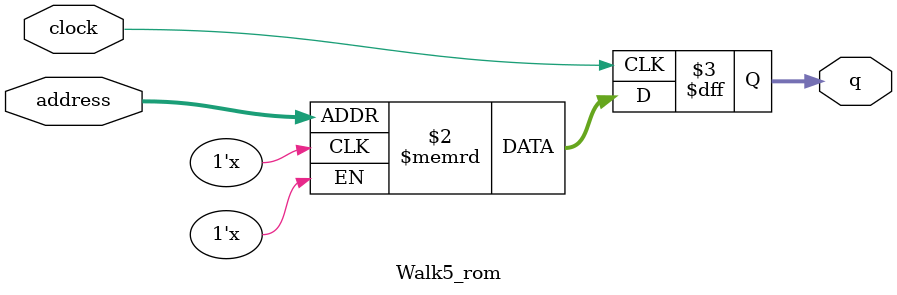
<source format=sv>
module Walk5_rom (
	input logic clock,
	input logic [12:0] address,
	output logic [2:0] q
);

logic [2:0] memory [0:5399] /* synthesis ram_init_file = "./Walk5/Walk5.mif" */;

always_ff @ (posedge clock) begin
	q <= memory[address];
end

endmodule

</source>
